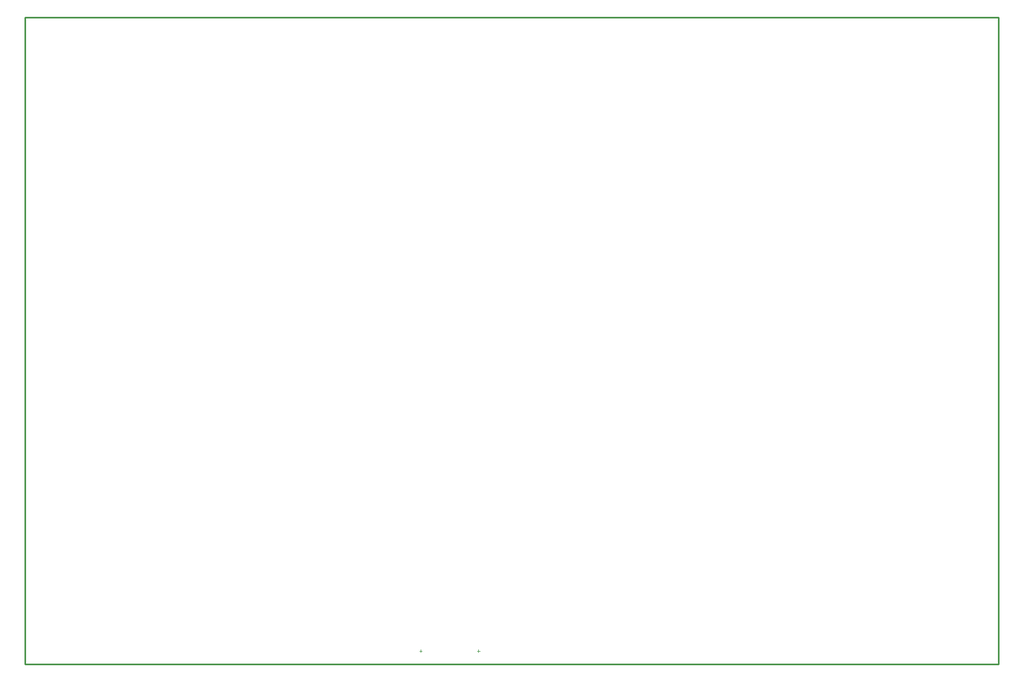
<source format=gm1>
G04 Layer_Color=16711935*
%FSLAX44Y44*%
%MOMM*%
G71*
G01*
G75*
%ADD45C,0.2540*%
%ADD107C,0.1000*%
D45*
X-2540Y-2540D02*
Y1005840D01*
Y-2540D02*
X1513840D01*
Y1005840D01*
X-2540D02*
X1513840D01*
D107*
X611450Y17900D02*
X615450D01*
X613450Y15900D02*
Y19900D01*
X701550Y17700D02*
X705550D01*
X703550Y15700D02*
Y19700D01*
M02*

</source>
